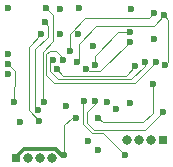
<source format=gbl>
G04 #@! TF.GenerationSoftware,KiCad,Pcbnew,6.0.2+dfsg-1*
G04 #@! TF.CreationDate,2024-05-15T15:08:28+02:00*
G04 #@! TF.ProjectId,PowerPolePCB,506f7765-7250-46f6-9c65-5043422e6b69,rev?*
G04 #@! TF.SameCoordinates,Original*
G04 #@! TF.FileFunction,Copper,L4,Bot*
G04 #@! TF.FilePolarity,Positive*
%FSLAX46Y46*%
G04 Gerber Fmt 4.6, Leading zero omitted, Abs format (unit mm)*
G04 Created by KiCad (PCBNEW 6.0.2+dfsg-1) date 2024-05-15 15:08:28*
%MOMM*%
%LPD*%
G01*
G04 APERTURE LIST*
G04 #@! TA.AperFunction,ComponentPad*
%ADD10R,0.800000X0.800000*%
G04 #@! TD*
G04 #@! TA.AperFunction,ComponentPad*
%ADD11O,0.800000X0.800000*%
G04 #@! TD*
G04 #@! TA.AperFunction,ComponentPad*
%ADD12C,0.800000*%
G04 #@! TD*
G04 #@! TA.AperFunction,ComponentPad*
%ADD13C,0.600000*%
G04 #@! TD*
G04 #@! TA.AperFunction,ViaPad*
%ADD14C,0.600000*%
G04 #@! TD*
G04 #@! TA.AperFunction,Conductor*
%ADD15C,0.100000*%
G04 #@! TD*
G04 #@! TA.AperFunction,Conductor*
%ADD16C,0.300000*%
G04 #@! TD*
G04 APERTURE END LIST*
D10*
X124861300Y-109662700D03*
D11*
X123845300Y-109662700D03*
X122829300Y-109662700D03*
D12*
X121813300Y-109662700D03*
D10*
X112495000Y-111200000D03*
D12*
X113511000Y-111200000D03*
X114527000Y-111200000D03*
X115543000Y-111200000D03*
D13*
X112300000Y-106450000D03*
X116650000Y-106750000D03*
X122100000Y-106500000D03*
X120950000Y-107050000D03*
D14*
X119400000Y-107761923D03*
X116520000Y-110890000D03*
X124050000Y-104950000D03*
X117544450Y-107761923D03*
X119000000Y-101700000D03*
X118520000Y-109730000D03*
X116181389Y-100711000D03*
X112776270Y-108099699D03*
X111800000Y-102350000D03*
X120150000Y-106450000D03*
X117754400Y-98501200D03*
X124100000Y-101100000D03*
X116154200Y-98526600D03*
X111800500Y-104078859D03*
X119366444Y-110493556D03*
X111750000Y-98450000D03*
X122150000Y-98550000D03*
X117729000Y-100685600D03*
X125000000Y-99100000D03*
X117650000Y-103050000D03*
X125100890Y-103275978D03*
X116400000Y-102900000D03*
X124304551Y-103024502D03*
X124137701Y-98862299D03*
X117000000Y-102137502D03*
X122100000Y-100529124D03*
X119150000Y-103300000D03*
X114850000Y-106400000D03*
X114977567Y-98472433D03*
X114900000Y-99700000D03*
X114288543Y-107111457D03*
X119148720Y-106363403D03*
X124900000Y-107300000D03*
X111800000Y-103250000D03*
X114400237Y-108000263D03*
X114611444Y-100661444D03*
X115549989Y-102850000D03*
X123350000Y-103050000D03*
X115888056Y-103610944D03*
X122561444Y-103361444D03*
X118350000Y-103600000D03*
X122100000Y-101350000D03*
X121725500Y-110949411D03*
X118250000Y-106350000D03*
D15*
X119400000Y-107761923D02*
X119788077Y-108150000D01*
D16*
X113150489Y-110450489D02*
X112495000Y-111105978D01*
X112495000Y-111105978D02*
X112495000Y-111200000D01*
X116292970Y-110890000D02*
X115853459Y-110450489D01*
D15*
X117544450Y-107761923D02*
X117188077Y-107761923D01*
X116540000Y-108410000D02*
X116540000Y-110870000D01*
X119788077Y-108150000D02*
X123250000Y-108150000D01*
X117188077Y-107761923D02*
X116540000Y-108410000D01*
X123250000Y-108150000D02*
X124050000Y-107350000D01*
X124050000Y-107350000D02*
X124050000Y-104950000D01*
D16*
X115853459Y-110450489D02*
X113150489Y-110450489D01*
X116520000Y-110890000D02*
X116292970Y-110890000D01*
D15*
X125350000Y-103026868D02*
X125350000Y-99450000D01*
X124120376Y-99979624D02*
X119270376Y-99979624D01*
X117750000Y-101500000D02*
X117750000Y-102950000D01*
X119270376Y-99979624D02*
X117750000Y-101500000D01*
X125100890Y-103275978D02*
X125350000Y-103026868D01*
X125350000Y-99450000D02*
X125000000Y-99100000D01*
X117750000Y-102950000D02*
X117650000Y-103050000D01*
X125000000Y-99100000D02*
X124120376Y-99979624D01*
X115000489Y-102399511D02*
X115299511Y-102100489D01*
X115299511Y-102100489D02*
X115800489Y-102100489D01*
X124304551Y-103024502D02*
X122529533Y-104799520D01*
X115800489Y-102100489D02*
X116400000Y-102700000D01*
X115649520Y-104799520D02*
X115000489Y-104150489D01*
X116400000Y-102700000D02*
X116400000Y-102900000D01*
X122529533Y-104799520D02*
X115649520Y-104799520D01*
X115000489Y-104150489D02*
X115000489Y-102399511D01*
X117000000Y-100637473D02*
X117000000Y-102137502D01*
X124137701Y-98862299D02*
X123700000Y-99300000D01*
X118337473Y-99300000D02*
X117000000Y-100637473D01*
X123700000Y-99300000D02*
X118337473Y-99300000D01*
X119150000Y-102510512D02*
X119150000Y-103300000D01*
X122100000Y-100529124D02*
X121131388Y-100529124D01*
X121131388Y-100529124D02*
X119150000Y-102510512D01*
X114850000Y-106400000D02*
X114700000Y-106250000D01*
X115600000Y-101300000D02*
X115600000Y-99094866D01*
X114700000Y-106250000D02*
X114700000Y-102200000D01*
X114700000Y-102200000D02*
X115600000Y-101300000D01*
X115600000Y-99094866D02*
X114977567Y-98472433D01*
X115160955Y-99960955D02*
X115160955Y-100889045D01*
X114070758Y-101979242D02*
X114070758Y-106893672D01*
X114900000Y-99700000D02*
X115160955Y-99960955D01*
X115160955Y-100889045D02*
X114070758Y-101979242D01*
X114070758Y-106893672D02*
X114288543Y-107111457D01*
X118449520Y-108199520D02*
X118449520Y-107270480D01*
X118449520Y-107270480D02*
X119148720Y-106571280D01*
X119148720Y-106571280D02*
X119148720Y-106363403D01*
X123400000Y-108800000D02*
X119050000Y-108800000D01*
X124900000Y-107300000D02*
X123400000Y-108800000D01*
X119050000Y-108800000D02*
X118449520Y-108199520D01*
X112350000Y-103800000D02*
X111800000Y-103250000D01*
X112300000Y-105150000D02*
X112350000Y-105100000D01*
X112350000Y-105100000D02*
X112350000Y-103800000D01*
X112300000Y-106450000D02*
X112300000Y-105150000D01*
X113521247Y-101778753D02*
X114611444Y-100688556D01*
X114400237Y-108000263D02*
X113521247Y-107121273D01*
X114611444Y-100688556D02*
X114611444Y-100661444D01*
X113521247Y-107121273D02*
X113521247Y-101778753D01*
X122200000Y-104500000D02*
X116000000Y-104500000D01*
X115338545Y-103838545D02*
X115338545Y-103061444D01*
X116000000Y-104500000D02*
X115338545Y-103838545D01*
X123350000Y-103350000D02*
X122200000Y-104500000D01*
X123350000Y-103050000D02*
X123350000Y-103350000D01*
X115338545Y-103061444D02*
X115549989Y-102850000D01*
X118049511Y-104199511D02*
X116476623Y-104199511D01*
X118050480Y-104200480D02*
X118049511Y-104199511D01*
X122561444Y-103375500D02*
X121736464Y-104200480D01*
X122561444Y-103361444D02*
X122561444Y-103375500D01*
X116476623Y-104199511D02*
X115888056Y-103610944D01*
X121736464Y-104200480D02*
X118050480Y-104200480D01*
X122100000Y-101350000D02*
X119600489Y-103849511D01*
X118599511Y-103849511D02*
X118350000Y-103600000D01*
X119600489Y-103849511D02*
X118599511Y-103849511D01*
X119799520Y-109099520D02*
X118925935Y-109099520D01*
X121649411Y-110949411D02*
X119799520Y-109099520D01*
X118925935Y-109099520D02*
X118150000Y-108323585D01*
X121725500Y-110949411D02*
X121649411Y-110949411D01*
X118150000Y-106450000D02*
X118250000Y-106350000D01*
X118150000Y-108323585D02*
X118150000Y-106450000D01*
M02*

</source>
